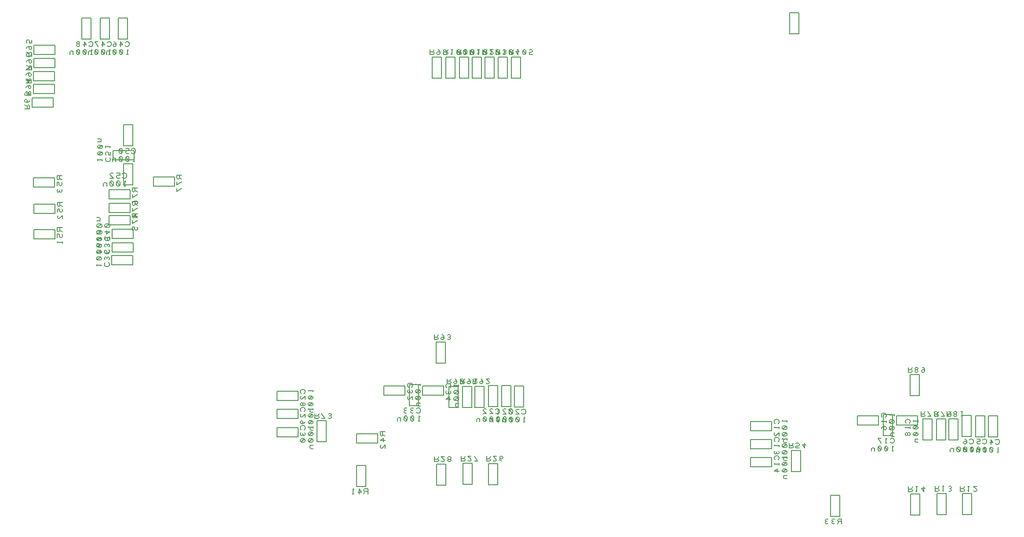
<source format=gbr>
G04 EasyPC Gerber Version 21.0.3 Build 4286 *
G04 #@! TF.Part,Single*
G04 #@! TF.FileFunction,Legend,Bot *
G04 #@! TF.FilePolarity,Positive *
%FSLAX35Y35*%
%MOIN*%
%ADD84C,0.00500*%
X0Y0D02*
D02*
D84*
X62770Y444561D02*
X66520D01*
Y446748*
X66208Y447374*
X65583Y447686*
X64958Y447374*
X64645Y446748*
Y444561*
Y446748D02*
X62770Y447686D01*
X63708Y449561D02*
X64333Y449874D01*
X64645Y450498*
Y451124*
X64333Y451748*
X63708Y452061*
X63083Y451748*
X62770Y451124*
Y450498*
X63083Y449874*
X63708Y449561*
X64645*
X65583Y449874*
X66208Y450498*
X66520Y451124*
X63083Y454874D02*
X62770Y455498D01*
Y456124*
X63083Y456748*
X63708Y457061*
X64333Y456748*
X64645Y456124*
Y455498*
Y456124D02*
X64958Y456748D01*
X65583Y457061*
X66208Y456748*
X66520Y456124*
Y455498*
X66208Y454874*
X63754Y454896D02*
X67504D01*
Y457083*
X67192Y457708*
X66567Y458021*
X65942Y457708*
X65630Y457083*
Y454896*
Y457083D02*
X63754Y458021D01*
Y460833D02*
X64067Y461458D01*
X64692Y462083*
X65630Y462396*
X66567*
X67192Y462083*
X67504Y461458*
Y460833*
X67192Y460208*
X66567Y459896*
X65942Y460208*
X65630Y460833*
Y461458*
X65942Y462083*
X66567Y462396*
X63754Y466458D02*
X67504D01*
X65004Y464896*
Y467396*
X63853Y464344D02*
X67603D01*
Y466532*
X67291Y467157*
X66665Y467470*
X66041Y467157*
X65728Y466532*
Y464344*
Y466532D02*
X63853Y467470D01*
Y470282D02*
X64165Y470907D01*
X64791Y471532*
X65728Y471844*
X66665*
X67291Y471532*
X67603Y470907*
Y470282*
X67291Y469657*
X66665Y469344*
X66041Y469657*
X65728Y470282*
Y470907*
X66041Y471532*
X66665Y471844*
X63853Y474344D02*
X67603Y476844D01*
Y474344*
X64148Y474384D02*
X67898D01*
Y476571*
X67586Y477196*
X66961Y477509*
X66336Y477196*
X66023Y476571*
Y474384*
Y476571D02*
X64148Y477509D01*
Y480321D02*
X64461Y480946D01*
X65086Y481571*
X66023Y481884*
X66961*
X67586Y481571*
X67898Y480946*
Y480321*
X67586Y479696*
X66961Y479384*
X66336Y479696*
X66023Y480321*
Y480946*
X66336Y481571*
X66961Y481884*
X65086Y484384D02*
X65711Y484696D01*
X66023Y485321*
Y485946*
X65711Y486571*
X65086Y486884*
X64461Y486571*
X64148Y485946*
Y485321*
X64461Y484696*
X65086Y484384*
X66023*
X66961Y484696*
X67586Y485321*
X67898Y485946*
X64148Y484620D02*
X67898D01*
Y486807*
X67586Y487433*
X66961Y487745*
X66336Y487433*
X66023Y486807*
Y484620*
Y486807D02*
X64148Y487745D01*
Y490557D02*
X64461Y491183D01*
X65086Y491807*
X66023Y492120*
X66961*
X67586Y491807*
X67898Y491183*
Y490557*
X67586Y489933*
X66961Y489620*
X66336Y489933*
X66023Y490557*
Y491183*
X66336Y491807*
X66961Y492120*
X64461Y494620D02*
X64148Y495245D01*
Y496183*
X64461Y496807*
X65086Y497120*
X65398*
X66023Y496807*
X66336Y496183*
Y494620*
X67898*
Y497120*
X69415Y392431D02*
X85415D01*
Y385431*
X69415*
Y392431*
X69711Y353061D02*
X85711D01*
Y346061*
X69711*
Y353061*
X69809Y372254D02*
X85809D01*
Y365254*
X69809*
Y372254*
X84333Y446061D02*
X68333D01*
Y453061*
X84333*
Y446061*
X85317Y456396D02*
X69317D01*
Y463396*
X85317*
Y456396*
X85415Y465844D02*
X69415D01*
Y472844*
X85415*
Y465844*
X85711Y475884D02*
X69711D01*
Y482884*
X85711*
Y475884*
Y486120D02*
X69711D01*
Y493120*
X85711*
Y486120*
X90978Y393931D02*
X87228D01*
Y391744*
X87540Y391119*
X88165Y390806*
X88790Y391119*
X89103Y391744*
Y393931*
Y391744D02*
X90978Y390806D01*
X90665Y388931D02*
X90978Y388306D01*
Y387369*
X90665Y386744*
X90040Y386431*
X89728*
X89103Y386744*
X88790Y387369*
Y388931*
X87228*
Y386431*
X90665Y383619D02*
X90978Y382994D01*
Y382369*
X90665Y381744*
X90040Y381431*
X89415Y381744*
X89103Y382369*
Y382994*
Y382369D02*
X88790Y381744D01*
X88165Y381431*
X87540Y381744*
X87228Y382369*
Y382994*
X87540Y383619*
X91273Y354561D02*
X87523D01*
Y352374*
X87835Y351748*
X88461Y351436*
X89085Y351748*
X89398Y352374*
Y354561*
Y352374D02*
X91273Y351436D01*
X90961Y349561D02*
X91273Y348936D01*
Y347998*
X90961Y347374*
X90335Y347061*
X90023*
X89398Y347374*
X89085Y347998*
Y349561*
X87523*
Y347061*
X91273Y343936D02*
Y342686D01*
Y343311D02*
X87523D01*
X88148Y343936*
X91372Y373754D02*
X87622D01*
Y371567*
X87934Y370941*
X88559Y370629*
X89184Y370941*
X89496Y371567*
Y373754*
Y371567D02*
X91372Y370629D01*
X91059Y368754D02*
X91372Y368129D01*
Y367191*
X91059Y366567*
X90434Y366254*
X90122*
X89496Y366567*
X89184Y367191*
Y368754*
X87622*
Y366254*
X91372Y361254D02*
Y363754D01*
X89184Y361567*
X88559Y361254*
X87934Y361567*
X87622Y362191*
Y363129*
X87934Y363754*
X113002Y513565D02*
Y497565D01*
X106002*
Y513565*
X113002*
X111377Y492628D02*
X111689Y492315D01*
X112315Y492002*
X113252*
X113877Y492315*
X114189Y492628*
X114502Y493252*
Y494502*
X114189Y495128*
X113877Y495440*
X113252Y495752*
X112315*
X111689Y495440*
X111377Y495128*
X107939Y492002D02*
Y495752D01*
X109502Y493252*
X107002*
X103565Y493878D02*
X102939D01*
X102315Y494190*
X102002Y494815*
X102315Y495440*
X102939Y495752*
X103565*
X104189Y495440*
X104502Y494815*
X104189Y494190*
X103565Y493878*
X104189Y493565*
X104502Y492940*
X104189Y492315*
X103565Y492002*
X102939*
X102315Y492315*
X102002Y492940*
X102315Y493565*
X102939Y493878*
X113877Y486002D02*
X112627D01*
X113252D02*
Y489752D01*
X113877Y489128*
X109189Y486315D02*
X108565Y486002D01*
X107939*
X107315Y486315*
X107002Y486940*
Y488815*
X107315Y489440*
X107939Y489752*
X108565*
X109189Y489440*
X109502Y488815*
Y486940*
X109189Y486315*
X107315Y489440*
X104189Y486315D02*
X103565Y486002D01*
X102939*
X102315Y486315*
X102002Y486940*
Y488815*
X102315Y489440*
X102939Y489752*
X103565*
X104189Y489440*
X104502Y488815*
Y486940*
X104189Y486315*
X102315Y489440*
X99502Y486002D02*
Y488502D01*
Y487565D02*
X99189Y488190D01*
X98565Y488502*
X97939*
X97315Y488190*
X97002Y487565*
Y486002*
X123828Y328001D02*
X123516Y327689D01*
X123203Y327063*
Y326126*
X123516Y325501*
X123828Y325189*
X124453Y324876*
X125703*
X126328Y325189*
X126641Y325501*
X126953Y326126*
Y327063*
X126641Y327689*
X126328Y328001*
X123516Y330189D02*
X123203Y330813D01*
Y331439*
X123516Y332063*
X124141Y332376*
X124766Y332063*
X125078Y331439*
Y330813*
Y331439D02*
X125391Y332063D01*
X126016Y332376*
X126641Y332063*
X126953Y331439*
Y330813*
X126641Y330189*
X124141Y334876D02*
X124766Y335189D01*
X125078Y335813*
Y336439*
X124766Y337063*
X124141Y337376*
X123516Y337063*
X123203Y336439*
Y335813*
X123516Y335189*
X124141Y334876*
X125078*
X126016Y335189*
X126641Y335813*
X126953Y336439*
X117203Y325501D02*
Y326751D01*
Y326126D02*
X120953D01*
X120328Y325501*
X117516Y330189D02*
X117203Y330813D01*
Y331439*
X117516Y332063*
X118141Y332376*
X120016*
X120641Y332063*
X120953Y331439*
Y330813*
X120641Y330189*
X120016Y329876*
X118141*
X117516Y330189*
X120641Y332063*
X117516Y335189D02*
X117203Y335813D01*
Y336439*
X117516Y337063*
X118141Y337376*
X120016*
X120641Y337063*
X120953Y336439*
Y335813*
X120641Y335189*
X120016Y334876*
X118141*
X117516Y335189*
X120641Y337063*
X117203Y339876D02*
X119703D01*
X118766D02*
X119391Y340189D01*
X119703Y340813*
Y341439*
X119391Y342063*
X118766Y342376*
X117203*
X124025Y337745D02*
X123713Y337433D01*
X123400Y336807*
Y335870*
X123713Y335245*
X124025Y334933*
X124650Y334620*
X125900*
X126525Y334933*
X126838Y335245*
X127150Y335870*
Y336807*
X126838Y337433*
X126525Y337745*
X123713Y339933D02*
X123400Y340557D01*
Y341183*
X123713Y341807*
X124338Y342120*
X124963Y341807*
X125275Y341183*
Y340557*
Y341183D02*
X125588Y341807D01*
X126213Y342120*
X126838Y341807*
X127150Y341183*
Y340557*
X126838Y339933*
X123400Y345557D02*
X123713Y346183D01*
X124338Y346807*
X125275Y347120*
X126213*
X126838Y346807*
X127150Y346183*
Y345557*
X126838Y344933*
X126213Y344620*
X125588Y344933*
X125275Y345557*
Y346183*
X125588Y346807*
X126213Y347120*
X117400Y335245D02*
Y336495D01*
Y335870D02*
X121150D01*
X120525Y335245*
X117713Y339933D02*
X117400Y340557D01*
Y341183*
X117713Y341807*
X118338Y342120*
X120213*
X120838Y341807*
X121150Y341183*
Y340557*
X120838Y339933*
X120213Y339620*
X118338*
X117713Y339933*
X120838Y341807*
X117713Y344933D02*
X117400Y345557D01*
Y346183*
X117713Y346807*
X118338Y347120*
X120213*
X120838Y346807*
X121150Y346183*
Y345557*
X120838Y344933*
X120213Y344620*
X118338*
X117713Y344933*
X120838Y346807*
X117400Y349620D02*
X119900D01*
X118963D02*
X119588Y349933D01*
X119900Y350557*
Y351183*
X119588Y351807*
X118963Y352120*
X117400*
X124124Y347785D02*
X123811Y347472D01*
X123498Y346847*
Y345909*
X123811Y345285*
X124124Y344972*
X124748Y344659*
X125998*
X126624Y344972*
X126936Y345285*
X127248Y345909*
Y346847*
X126936Y347472*
X126624Y347785*
X123498Y351222D02*
X127248D01*
X124748Y349659*
Y352159*
X123811Y354972D02*
X123498Y355597D01*
Y356222*
X123811Y356847*
X124436Y357159*
X126311*
X126936Y356847*
X127248Y356222*
Y355597*
X126936Y354972*
X126311Y354659*
X124436*
X123811Y354972*
X126936Y356847*
X117498Y345285D02*
Y346535D01*
Y345909D02*
X121248D01*
X120624Y345285*
X117811Y349972D02*
X117498Y350597D01*
Y351222*
X117811Y351847*
X118436Y352159*
X120311*
X120936Y351847*
X121248Y351222*
Y350597*
X120936Y349972*
X120311Y349659*
X118436*
X117811Y349972*
X120936Y351847*
X117811Y354972D02*
X117498Y355597D01*
Y356222*
X117811Y356847*
X118436Y357159*
X120311*
X120936Y356847*
X121248Y356222*
Y355597*
X120936Y354972*
X120311Y354659*
X118436*
X117811Y354972*
X120936Y356847*
X117498Y359659D02*
X119998D01*
X119061D02*
X119686Y359972D01*
X119998Y360597*
Y361222*
X119686Y361847*
X119061Y362159*
X117498*
X124714Y407726D02*
X124402Y407413D01*
X124089Y406788*
Y405850*
X124402Y405226*
X124714Y404913*
X125339Y404600*
X126589*
X127214Y404913*
X127527Y405226*
X127839Y405850*
Y406788*
X127527Y407413*
X127214Y407726*
X124402Y409600D02*
X124089Y410226D01*
Y411163*
X124402Y411788*
X125027Y412100*
X125339*
X125964Y411788*
X126277Y411163*
Y409600*
X127839*
Y412100*
X124089Y415226D02*
Y416476D01*
Y415850D02*
X127839D01*
X127214Y415226*
X118089Y405226D02*
Y406476D01*
Y405850D02*
X121839D01*
X121214Y405226*
X118402Y409913D02*
X118089Y410538D01*
Y411163*
X118402Y411788*
X119027Y412100*
X120902*
X121527Y411788*
X121839Y411163*
Y410538*
X121527Y409913*
X120902Y409600*
X119027*
X118402Y409913*
X121527Y411788*
X118402Y414913D02*
X118089Y415538D01*
Y416163*
X118402Y416788*
X119027Y417100*
X120902*
X121527Y416788*
X121839Y416163*
Y415538*
X121527Y414913*
X120902Y414600*
X119027*
X118402Y414913*
X121527Y416788*
X118089Y419600D02*
X120589D01*
X119652D02*
X120277Y419913D01*
X120589Y420538*
Y421163*
X120277Y421788*
X119652Y422100*
X118089*
X126699Y363494D02*
X142699D01*
Y356494*
X126699*
Y363494*
Y372943D02*
X142699D01*
Y365943*
X126699*
Y372943*
Y383179D02*
X142699D01*
Y376179*
X126699*
Y383179*
X126880Y513565D02*
Y497565D01*
X119880*
Y513565*
X126880*
X125255Y492628D02*
X125567Y492315D01*
X126193Y492002*
X127130*
X127755Y492315*
X128067Y492628*
X128380Y493252*
Y494502*
X128067Y495128*
X127755Y495440*
X127130Y495752*
X126193*
X125567Y495440*
X125255Y495128*
X121817Y492002D02*
Y495752D01*
X123380Y493252*
X120880*
X118380Y492002D02*
X115880Y495752D01*
X118380*
X127755Y486002D02*
X126505D01*
X127130D02*
Y489752D01*
X127755Y489128*
X123067Y486315D02*
X122443Y486002D01*
X121817*
X121193Y486315*
X120880Y486940*
Y488815*
X121193Y489440*
X121817Y489752*
X122443*
X123067Y489440*
X123380Y488815*
Y486940*
X123067Y486315*
X121193Y489440*
X118067Y486315D02*
X117443Y486002D01*
X116817*
X116193Y486315*
X115880Y486940*
Y488815*
X116193Y489440*
X116817Y489752*
X117443*
X118067Y489440*
X118380Y488815*
Y486940*
X118067Y486315*
X116193Y489440*
X113380Y486002D02*
Y488502D01*
Y487565D02*
X113067Y488190D01*
X112443Y488502*
X111817*
X111193Y488190*
X110880Y487565*
Y486002*
X136790Y392757D02*
X137103Y392445D01*
X137728Y392132*
X138665*
X139290Y392445*
X139603Y392757*
X139915Y393382*
Y394632*
X139603Y395257*
X139290Y395570*
X138665Y395882*
X137728*
X137103Y395570*
X136790Y395257*
X134915Y392445D02*
X134290Y392132D01*
X133353*
X132728Y392445*
X132415Y393070*
Y393382*
X132728Y394007*
X133353Y394320*
X134915*
Y395882*
X132415*
X127415Y392132D02*
X129915D01*
X127728Y394320*
X127415Y394945*
X127728Y395570*
X128353Y395882*
X129290*
X129915Y395570*
X139290Y386132D02*
X138040D01*
X138665D02*
Y389882D01*
X139290Y389257*
X134603Y386445D02*
X133978Y386132D01*
X133353*
X132728Y386445*
X132415Y387070*
Y388945*
X132728Y389570*
X133353Y389882*
X133978*
X134603Y389570*
X134915Y388945*
Y387070*
X134603Y386445*
X132728Y389570*
X129603Y386445D02*
X128978Y386132D01*
X128353*
X127728Y386445*
X127415Y387070*
Y388945*
X127728Y389570*
X128353Y389882*
X128978*
X129603Y389570*
X129915Y388945*
Y387070*
X129603Y386445*
X127728Y389570*
X124915Y386132D02*
Y388632D01*
Y387695D02*
X124603Y388320D01*
X123978Y388632*
X123353*
X122728Y388320*
X122415Y387695*
Y386132*
X140561Y513565D02*
Y497565D01*
X133561*
Y513565*
X140561*
X138936Y492628D02*
X139248Y492315D01*
X139874Y492002*
X140811*
X141436Y492315*
X141748Y492628*
X142061Y493252*
Y494502*
X141748Y495128*
X141436Y495440*
X140811Y495752*
X139874*
X139248Y495440*
X138936Y495128*
X135498Y492002D02*
Y495752D01*
X137061Y493252*
X134561*
X132061Y492940D02*
X131748Y493565D01*
X131124Y493878*
X130498*
X129874Y493565*
X129561Y492940*
X129874Y492315*
X130498Y492002*
X131124*
X131748Y492315*
X132061Y492940*
Y493878*
X131748Y494815*
X131124Y495440*
X130498Y495752*
X141436Y486002D02*
X140186D01*
X140811D02*
Y489752D01*
X141436Y489128*
X136748Y486315D02*
X136124Y486002D01*
X135498*
X134874Y486315*
X134561Y486940*
Y488815*
X134874Y489440*
X135498Y489752*
X136124*
X136748Y489440*
X137061Y488815*
Y486940*
X136748Y486315*
X134874Y489440*
X131748Y486315D02*
X131124Y486002D01*
X130498*
X129874Y486315*
X129561Y486940*
Y488815*
X129874Y489440*
X130498Y489752*
X131124*
X131748Y489440*
X132061Y488815*
Y486940*
X131748Y486315*
X129874Y489440*
X127061Y486002D02*
Y488502D01*
Y487565D02*
X126748Y488190D01*
X126124Y488502*
X125498*
X124874Y488190*
X124561Y487565*
Y486002*
X144766Y326376D02*
X128766D01*
Y333376*
X144766*
Y326376*
X144793Y403132D02*
Y387132D01*
X137793*
Y403132*
X144793*
Y432561D02*
Y416561D01*
X137793*
Y432561*
X144793*
X144963Y336120D02*
X128963D01*
Y343120*
X144963*
Y336120*
X145061Y346159D02*
X129061D01*
Y353159*
X145061*
Y346159*
X145652Y406100D02*
X129652D01*
Y413100*
X145652*
Y406100*
X143680Y411360D02*
X143993Y411047D01*
X144618Y410735*
X145555*
X146180Y411047*
X146493Y411360*
X146805Y411985*
Y413235*
X146493Y413860*
X146180Y414172*
X145555Y414485*
X144618*
X143993Y414172*
X143680Y413860*
X141805Y411047D02*
X141180Y410735D01*
X140243*
X139618Y411047*
X139305Y411672*
Y411985*
X139618Y412610*
X140243Y412922*
X141805*
Y414485*
X139305*
X136493Y411047D02*
X135868Y410735D01*
X135243*
X134618Y411047*
X134305Y411672*
Y413547*
X134618Y414172*
X135243Y414485*
X135868*
X136493Y414172*
X136805Y413547*
Y411672*
X136493Y411047*
X134618Y414172*
X146180Y404735D02*
X144930D01*
X145555D02*
Y408485D01*
X146180Y407860*
X141493Y405047D02*
X140868Y404735D01*
X140243*
X139618Y405047*
X139305Y405672*
Y407547*
X139618Y408172*
X140243Y408485*
X140868*
X141493Y408172*
X141805Y407547*
Y405672*
X141493Y405047*
X139618Y408172*
X136493Y405047D02*
X135868Y404735D01*
X135243*
X134618Y405047*
X134305Y405672*
Y407547*
X134618Y408172*
X135243Y408485*
X135868*
X136493Y408172*
X136805Y407547*
Y405672*
X136493Y405047*
X134618Y408172*
X131805Y404735D02*
Y407235D01*
Y406297D02*
X131493Y406922D01*
X130868Y407235*
X130243*
X129618Y406922*
X129305Y406297*
Y404735*
X148261Y364994D02*
X144511D01*
Y362807*
X144824Y362181*
X145449Y361869*
X146074Y362181*
X146386Y362807*
Y364994*
Y362807D02*
X148261Y361869D01*
Y359994D02*
X144511Y357494D01*
Y359994*
X147949Y354994D02*
X148261Y354369D01*
Y353431*
X147949Y352807*
X147324Y352494*
X147011*
X146386Y352807*
X146074Y353431*
Y354994*
X144511*
Y352494*
X148261Y374443D02*
X144511D01*
Y372256*
X144824Y371630*
X145449Y371318*
X146074Y371630*
X146386Y372256*
Y374443*
Y372256D02*
X148261Y371318D01*
Y369443D02*
X144511Y366943D01*
Y369443*
X148261Y362880D02*
X144511D01*
X147011Y364443*
Y361943*
X148261Y384679D02*
X144511D01*
Y382492*
X144824Y381867*
X145449Y381554*
X146074Y381867*
X146386Y382492*
Y384679*
Y382492D02*
X148261Y381554D01*
Y379679D02*
X144511Y377179D01*
Y379679*
X147324Y374679D02*
X146699Y374367D01*
X146386Y373742*
Y373117*
X146699Y372492*
X147324Y372179*
X147949Y372492*
X148261Y373117*
Y373742*
X147949Y374367*
X147324Y374679*
X146386*
X145449Y374367*
X144824Y373742*
X144511Y373117*
X160262Y392923D02*
X176262D01*
Y385923*
X160262*
Y392923*
X181824Y394423D02*
X178074D01*
Y392236*
X178387Y391611*
X179012Y391298*
X179637Y391611*
X179949Y392236*
Y394423*
Y392236D02*
X181824Y391298D01*
Y389423D02*
X178074Y386923D01*
Y389423*
X181824Y384423D02*
X178074Y381923D01*
Y384423*
X253864Y202667D02*
X269864D01*
Y195667*
X253864*
Y202667*
Y216545D02*
X269864D01*
Y209545*
X253864*
Y216545*
Y230226D02*
X269864D01*
Y223226*
X253864*
Y230226*
X274802Y201042D02*
X275114Y201355D01*
X275427Y201980*
Y202917*
X275114Y203542*
X274802Y203855*
X274177Y204167*
X272927*
X272302Y203855*
X271989Y203542*
X271677Y202917*
Y201980*
X271989Y201355*
X272302Y201042*
X275114Y198855D02*
X275427Y198230D01*
Y197605*
X275114Y196980*
X274489Y196667*
X273864Y196980*
X273552Y197605*
Y198230*
Y197605D02*
X273239Y196980D01*
X272614Y196667*
X271989Y196980*
X271677Y197605*
Y198230*
X271989Y198855*
X275114Y193855D02*
X275427Y193230D01*
Y192605*
X275114Y191980*
X274489Y191667*
X272614*
X271989Y191980*
X271677Y192605*
Y193230*
X271989Y193855*
X272614Y194167*
X274489*
X275114Y193855*
X271989Y191980*
X281427Y203542D02*
Y202292D01*
Y202917D02*
X277677D01*
X278302Y203542*
X281114Y198855D02*
X281427Y198230D01*
Y197605*
X281114Y196980*
X280489Y196667*
X278614*
X277989Y196980*
X277677Y197605*
Y198230*
X277989Y198855*
X278614Y199167*
X280489*
X281114Y198855*
X277989Y196980*
X281114Y193855D02*
X281427Y193230D01*
Y192605*
X281114Y191980*
X280489Y191667*
X278614*
X277989Y191980*
X277677Y192605*
Y193230*
X277989Y193855*
X278614Y194167*
X280489*
X281114Y193855*
X277989Y191980*
X281427Y189167D02*
X278927D01*
X279864D02*
X279239Y188855D01*
X278927Y188230*
Y187605*
X279239Y186980*
X279864Y186667*
X281427*
X274802Y214920D02*
X275114Y215233D01*
X275427Y215858*
Y216795*
X275114Y217420*
X274802Y217733*
X274177Y218045*
X272927*
X272302Y217733*
X271989Y217420*
X271677Y216795*
Y215858*
X271989Y215233*
X272302Y214920*
X275427Y210545D02*
Y213045D01*
X273239Y210858*
X272614Y210545*
X271989Y210858*
X271677Y211483*
Y212420*
X271989Y213045*
X275427Y207108D02*
X275114Y206483D01*
X274489Y205858*
X273552Y205545*
X272614*
X271989Y205858*
X271677Y206483*
Y207108*
X271989Y207733*
X272614Y208045*
X273239Y207733*
X273552Y207108*
Y206483*
X273239Y205858*
X272614Y205545*
X281427Y217420D02*
Y216170D01*
Y216795D02*
X277677D01*
X278302Y217420*
X281114Y212733D02*
X281427Y212108D01*
Y211483*
X281114Y210858*
X280489Y210545*
X278614*
X277989Y210858*
X277677Y211483*
Y212108*
X277989Y212733*
X278614Y213045*
X280489*
X281114Y212733*
X277989Y210858*
X281114Y207733D02*
X281427Y207108D01*
Y206483*
X281114Y205858*
X280489Y205545*
X278614*
X277989Y205858*
X277677Y206483*
Y207108*
X277989Y207733*
X278614Y208045*
X280489*
X281114Y207733*
X277989Y205858*
X281427Y203045D02*
X278927D01*
X279864D02*
X279239Y202733D01*
X278927Y202108*
Y201483*
X279239Y200858*
X279864Y200545*
X281427*
X274802Y228601D02*
X275114Y228914D01*
X275427Y229539*
Y230476*
X275114Y231101*
X274802Y231414*
X274177Y231726*
X272927*
X272302Y231414*
X271989Y231101*
X271677Y230476*
Y229539*
X271989Y228914*
X272302Y228601*
X275427Y224226D02*
Y226726D01*
X273239Y224539*
X272614Y224226*
X271989Y224539*
X271677Y225164*
Y226101*
X271989Y226726*
X273552Y220789D02*
Y220164D01*
X273239Y219539*
X272614Y219226*
X271989Y219539*
X271677Y220164*
Y220789*
X271989Y221414*
X272614Y221726*
X273239Y221414*
X273552Y220789*
X273864Y221414*
X274489Y221726*
X275114Y221414*
X275427Y220789*
Y220164*
X275114Y219539*
X274489Y219226*
X273864Y219539*
X273552Y220164*
X281427Y231101D02*
Y229851D01*
Y230476D02*
X277677D01*
X278302Y231101*
X281114Y226414D02*
X281427Y225789D01*
Y225164*
X281114Y224539*
X280489Y224226*
X278614*
X277989Y224539*
X277677Y225164*
Y225789*
X277989Y226414*
X278614Y226726*
X280489*
X281114Y226414*
X277989Y224539*
X281114Y221414D02*
X281427Y220789D01*
Y220164*
X281114Y219539*
X280489Y219226*
X278614*
X277989Y219539*
X277677Y220164*
Y220789*
X277989Y221414*
X278614Y221726*
X280489*
X281114Y221414*
X277989Y219539*
X281427Y216726D02*
X278927D01*
X279864D02*
X279239Y216414D01*
X278927Y215789*
Y215164*
X279239Y214539*
X279864Y214226*
X281427*
X282848Y213419D02*
Y209669D01*
X285036*
X285661Y209981*
X285974Y210606*
X285661Y211231*
X285036Y211544*
X282848*
X285036D02*
X285974Y213419D01*
X287848D02*
X290348Y209669D01*
X287848*
X293161Y213106D02*
X293786Y213419D01*
X294411*
X295036Y213106*
X295348Y212481*
X295036Y211856*
X294411Y211544*
X293786*
X294411D02*
X295036Y211231D01*
X295348Y210606*
X295036Y209981*
X294411Y209669*
X293786*
X293161Y209981*
X284348Y191856D02*
Y207856D01*
X291348*
Y191856*
X284348*
X314494Y198041D02*
X330494D01*
Y191041*
X314494*
Y198041*
X321368Y173998D02*
Y157998D01*
X314368*
Y173998*
X321368*
X322868Y152435D02*
Y156185D01*
X320681*
X320056Y155873*
X319743Y155248*
X320056Y154623*
X320681Y154311*
X322868*
X320681D02*
X319743Y152435D01*
X316306D02*
Y156185D01*
X317868Y153685*
X315368*
X312243Y152435D02*
X310993D01*
X311618D02*
Y156185D01*
X312243Y155561*
X334868Y234459D02*
X350868D01*
Y227459*
X334868*
Y234459*
X336057Y199541D02*
X332307D01*
Y197354*
X332619Y196729*
X333244Y196416*
X333869Y196729*
X334181Y197354*
Y199541*
Y197354D02*
X336057Y196416D01*
Y192979D02*
X332307D01*
X334807Y194541*
Y192041*
X336057Y187041D02*
Y189541D01*
X333869Y187354*
X333244Y187041*
X332619Y187354*
X332307Y187979*
Y188916*
X332619Y189541*
X356069Y233345D02*
X356382Y233658D01*
X356694Y234283*
Y235220*
X356382Y235845*
X356069Y236158*
X355444Y236470*
X354194*
X353569Y236158*
X353257Y235845*
X352944Y235220*
Y234283*
X353257Y233658*
X353569Y233345*
X356382Y231158D02*
X356694Y230533D01*
Y229908*
X356382Y229283*
X355757Y228970*
X355132Y229283*
X354819Y229908*
Y230533*
Y229908D02*
X354507Y229283D01*
X353882Y228970*
X353257Y229283*
X352944Y229908*
Y230533*
X353257Y231158*
X356694Y223970D02*
Y226470D01*
X354507Y224283*
X353882Y223970*
X353257Y224283*
X352944Y224908*
Y225845*
X353257Y226470*
X362694Y235845D02*
Y234595D01*
Y235220D02*
X358944D01*
X359569Y235845*
X362382Y231158D02*
X362694Y230533D01*
Y229908*
X362382Y229283*
X361757Y228970*
X359882*
X359257Y229283*
X358944Y229908*
Y230533*
X359257Y231158*
X359882Y231470*
X361757*
X362382Y231158*
X359257Y229283*
X362382Y226158D02*
X362694Y225533D01*
Y224908*
X362382Y224283*
X361757Y223970*
X359882*
X359257Y224283*
X358944Y224908*
Y225533*
X359257Y226158*
X359882Y226470*
X361757*
X362382Y226158*
X359257Y224283*
X362694Y221470D02*
X360194D01*
X361132D02*
X360507Y221158D01*
X360194Y220533*
Y219908*
X360507Y219283*
X361132Y218970*
X362694*
X361329Y235317D02*
Y219317D01*
X354329*
Y235317*
X361329*
X359704Y214380D02*
X360016Y214067D01*
X360641Y213754*
X361579*
X362204Y214067*
X362516Y214380*
X362829Y215004*
Y216254*
X362516Y216880*
X362204Y217192*
X361579Y217504*
X360641*
X360016Y217192*
X359704Y216880*
X357516Y214067D02*
X356891Y213754D01*
X356266*
X355641Y214067*
X355329Y214692*
X355641Y215317*
X356266Y215630*
X356891*
X356266D02*
X355641Y215942D01*
X355329Y216567*
X355641Y217192*
X356266Y217504*
X356891*
X357516Y217192*
X352516Y214067D02*
X351891Y213754D01*
X351266*
X350641Y214067*
X350329Y214692*
X350641Y215317*
X351266Y215630*
X351891*
X351266D02*
X350641Y215942D01*
X350329Y216567*
X350641Y217192*
X351266Y217504*
X351891*
X352516Y217192*
X362204Y207754D02*
X360954D01*
X361579D02*
Y211504D01*
X362204Y210880*
X357516Y208067D02*
X356891Y207754D01*
X356266*
X355641Y208067*
X355329Y208692*
Y210567*
X355641Y211192*
X356266Y211504*
X356891*
X357516Y211192*
X357829Y210567*
Y208692*
X357516Y208067*
X355641Y211192*
X352516Y208067D02*
X351891Y207754D01*
X351266*
X350641Y208067*
X350329Y208692*
Y210567*
X350641Y211192*
X351266Y211504*
X351891*
X352516Y211192*
X352829Y210567*
Y208692*
X352516Y208067*
X350641Y211192*
X347829Y207754D02*
Y210254D01*
Y209317D02*
X347516Y209942D01*
X346891Y210254*
X346266*
X345641Y209942*
X345329Y209317*
Y207754*
X364297Y234459D02*
X380297D01*
Y227459*
X364297*
Y234459*
X370053Y489698D02*
Y485948D01*
X372241*
X372866Y486261*
X373178Y486886*
X372866Y487511*
X372241Y487823*
X370053*
X372241D02*
X373178Y489698D01*
X375991D02*
X376616Y489386D01*
X377241Y488761*
X377553Y487823*
Y486886*
X377241Y486261*
X376616Y485948*
X375991*
X375366Y486261*
X375053Y486886*
X375366Y487511*
X375991Y487823*
X376616*
X377241Y487511*
X377553Y486886*
X380991Y489698D02*
X381616Y489386D01*
X382241Y488761*
X382553Y487823*
Y486886*
X382241Y486261*
X381616Y485948*
X380991*
X380366Y486261*
X380053Y486886*
X380366Y487511*
X380991Y487823*
X381616*
X382241Y487511*
X382553Y486886*
X371553Y468136D02*
Y484136D01*
X378553*
Y468136*
X371553*
X373203Y273261D02*
Y269511D01*
X375390*
X376015Y269824*
X376328Y270449*
X376015Y271074*
X375390Y271386*
X373203*
X375390D02*
X376328Y273261D01*
X379140D02*
X379765Y272949D01*
X380390Y272324*
X380703Y271386*
Y270449*
X380390Y269824*
X379765Y269511*
X379140*
X378515Y269824*
X378203Y270449*
X378515Y271074*
X379140Y271386*
X379765*
X380390Y271074*
X380703Y270449*
X383515Y272949D02*
X384140Y273261D01*
X384765*
X385390Y272949*
X385703Y272324*
X385390Y271699*
X384765Y271386*
X384140*
X384765D02*
X385390Y271074D01*
X385703Y270449*
X385390Y269824*
X384765Y269511*
X384140*
X383515Y269824*
X373498Y180643D02*
Y176893D01*
X375685*
X376311Y177206*
X376623Y177831*
X376311Y178456*
X375685Y178768*
X373498*
X375685D02*
X376623Y180643D01*
X380998D02*
X378498D01*
X380685Y178456*
X380998Y177831*
X380685Y177206*
X380061Y176893*
X379123*
X378498Y177206*
X384435Y178768D02*
X385061D01*
X385685Y178456*
X385998Y177831*
X385685Y177206*
X385061Y176893*
X384435*
X383811Y177206*
X383498Y177831*
X383811Y178456*
X384435Y178768*
X383811Y179081*
X383498Y179706*
X383811Y180331*
X384435Y180643*
X385061*
X385685Y180331*
X385998Y179706*
X385685Y179081*
X385061Y178768*
X374703Y251699D02*
Y267699D01*
X381703*
Y251699*
X374703*
X374998Y159081D02*
Y175081D01*
X381998*
Y159081*
X374998*
X380486Y489698D02*
Y485948D01*
X382674*
X383299Y486261*
X383611Y486886*
X383299Y487511*
X382674Y487823*
X380486*
X382674D02*
X383611Y489698D01*
X386111D02*
X387361D01*
X386736D02*
Y485948D01*
X386111Y486573*
X390799Y489386D02*
X391424Y489698D01*
X392049*
X392674Y489386*
X392986Y488761*
Y486886*
X392674Y486261*
X392049Y485948*
X391424*
X390799Y486261*
X390486Y486886*
Y488761*
X390799Y489386*
X392674Y486261*
X395799Y489386D02*
X396424Y489698D01*
X397049*
X397674Y489386*
X397986Y488761*
Y486886*
X397674Y486261*
X397049Y485948*
X396424*
X395799Y486261*
X395486Y486886*
Y488761*
X395799Y489386*
X397674Y486261*
X381986Y468136D02*
Y484136D01*
X388986*
Y468136*
X381986*
X382947Y239698D02*
Y235948D01*
X385134*
X385759Y236261*
X386072Y236886*
X385759Y237511*
X385134Y237823*
X382947*
X385134D02*
X386072Y239698D01*
X388884D02*
X389509Y239386D01*
X390134Y238761*
X390447Y237823*
Y236886*
X390134Y236261*
X389509Y235948*
X388884*
X388259Y236261*
X387947Y236886*
X388259Y237511*
X388884Y237823*
X389509*
X390134Y237511*
X390447Y236886*
X393259Y239386D02*
X393884Y239698D01*
X394509*
X395134Y239386*
X395447Y238761*
Y236886*
X395134Y236261*
X394509Y235948*
X393884*
X393259Y236261*
X392947Y236886*
Y238761*
X393259Y239386*
X395134Y236261*
X384447Y218136D02*
Y234136D01*
X391447*
Y218136*
X384447*
X385235Y232833D02*
X385547Y233146D01*
X385860Y233771*
Y234709*
X385547Y235333*
X385235Y235646*
X384610Y235959*
X383360*
X382735Y235646*
X382422Y235333*
X382110Y234709*
Y233771*
X382422Y233146*
X382735Y232833*
X385547Y230646D02*
X385860Y230021D01*
Y229396*
X385547Y228771*
X384922Y228459*
X384297Y228771*
X383985Y229396*
Y230021*
Y229396D02*
X383672Y228771D01*
X383047Y228459*
X382422Y228771*
X382110Y229396*
Y230021*
X382422Y230646*
X385860Y224396D02*
X382110D01*
X384610Y225959*
Y223459*
X391860Y235333D02*
Y234083D01*
Y234709D02*
X388110D01*
X388735Y235333*
X391547Y230646D02*
X391860Y230021D01*
Y229396*
X391547Y228771*
X390922Y228459*
X389047*
X388422Y228771*
X388110Y229396*
Y230021*
X388422Y230646*
X389047Y230959*
X390922*
X391547Y230646*
X388422Y228771*
X391547Y225646D02*
X391860Y225021D01*
Y224396*
X391547Y223771*
X390922Y223459*
X389047*
X388422Y223771*
X388110Y224396*
Y225021*
X388422Y225646*
X389047Y225959*
X390922*
X391547Y225646*
X388422Y223771*
X391860Y220959D02*
X389360D01*
X390297D02*
X389672Y220646D01*
X389360Y220021*
Y219396*
X389672Y218771*
X390297Y218459*
X391860*
X390722Y489698D02*
Y485948D01*
X392910*
X393535Y486261*
X393848Y486886*
X393535Y487511*
X392910Y487823*
X390722*
X392910D02*
X393848Y489698D01*
X396348D02*
X397598D01*
X396972D02*
Y485948D01*
X396348Y486573*
X401035Y489386D02*
X401660Y489698D01*
X402285*
X402910Y489386*
X403222Y488761*
Y486886*
X402910Y486261*
X402285Y485948*
X401660*
X401035Y486261*
X400722Y486886*
Y488761*
X401035Y489386*
X402910Y486261*
X406348Y489698D02*
X407598D01*
X406972D02*
Y485948D01*
X406348Y486573*
X392222Y468136D02*
Y484136D01*
X399222*
Y468136*
X392222*
X393183Y239698D02*
Y235948D01*
X395370*
X395996Y236261*
X396308Y236886*
X395996Y237511*
X395370Y237823*
X393183*
X395370D02*
X396308Y239698D01*
X399120D02*
X399746Y239386D01*
X400370Y238761*
X400683Y237823*
Y236886*
X400370Y236261*
X399746Y235948*
X399120*
X398496Y236261*
X398183Y236886*
X398496Y237511*
X399120Y237823*
X399746*
X400370Y237511*
X400683Y236886*
X403808Y239698D02*
X405058D01*
X404433D02*
Y235948D01*
X403808Y236573*
X393675Y181037D02*
Y177287D01*
X395863*
X396488Y177599*
X396800Y178224*
X396488Y178849*
X395863Y179162*
X393675*
X395863D02*
X396800Y181037D01*
X401175D02*
X398675D01*
X400863Y178849*
X401175Y178224*
X400863Y177599*
X400238Y177287*
X399300*
X398675Y177599*
X403675Y181037D02*
X406175Y177287D01*
X403675*
X394683Y218136D02*
Y234136D01*
X401683*
Y218136*
X394683*
X395175Y159474D02*
Y175474D01*
X402175*
Y159474*
X395175*
X400368Y489698D02*
Y485948D01*
X402556*
X403181Y486261*
X403493Y486886*
X403181Y487511*
X402556Y487823*
X400368*
X402556D02*
X403493Y489698D01*
X405993D02*
X407243D01*
X406618D02*
Y485948D01*
X405993Y486573*
X410681Y489386D02*
X411306Y489698D01*
X411931*
X412556Y489386*
X412868Y488761*
Y486886*
X412556Y486261*
X411931Y485948*
X411306*
X410681Y486261*
X410368Y486886*
Y488761*
X410681Y489386*
X412556Y486261*
X417868Y489698D02*
X415368D01*
X417556Y487511*
X417868Y486886*
X417556Y486261*
X416931Y485948*
X415993*
X415368Y486261*
X401868Y468136D02*
Y484136D01*
X408868*
Y468136*
X401868*
X402632Y239698D02*
Y235948D01*
X404819*
X405444Y236261*
X405757Y236886*
X405444Y237511*
X404819Y237823*
X402632*
X404819D02*
X405757Y239698D01*
X408569D02*
X409194Y239386D01*
X409819Y238761*
X410132Y237823*
Y236886*
X409819Y236261*
X409194Y235948*
X408569*
X407944Y236261*
X407632Y236886*
X407944Y237511*
X408569Y237823*
X409194*
X409819Y237511*
X410132Y236886*
X415132Y239698D02*
X412632D01*
X414819Y237511*
X415132Y236886*
X414819Y236261*
X414194Y235948*
X413257*
X412632Y236261*
X404132Y218136D02*
Y234136D01*
X411132*
Y218136*
X404132*
X410112Y489698D02*
Y485948D01*
X412300*
X412925Y486261*
X413237Y486886*
X412925Y487511*
X412300Y487823*
X410112*
X412300D02*
X413237Y489698D01*
X415737D02*
X416987D01*
X416362D02*
Y485948D01*
X415737Y486573*
X420425Y489386D02*
X421050Y489698D01*
X421675*
X422300Y489386*
X422612Y488761*
Y486886*
X422300Y486261*
X421675Y485948*
X421050*
X420425Y486261*
X420112Y486886*
Y488761*
X420425Y489386*
X422300Y486261*
X425425Y489386D02*
X426050Y489698D01*
X426675*
X427300Y489386*
X427612Y488761*
X427300Y488136*
X426675Y487823*
X426050*
X426675D02*
X427300Y487511D01*
X427612Y486886*
X427300Y486261*
X426675Y485948*
X426050*
X425425Y486261*
X411612Y468136D02*
Y484136D01*
X418612*
Y468136*
X411612*
X412868Y180939D02*
Y177189D01*
X415056*
X415681Y177501*
X415993Y178126*
X415681Y178751*
X415056Y179063*
X412868*
X415056D02*
X415993Y180939D01*
X420368D02*
X417868D01*
X420056Y178751*
X420368Y178126*
X420056Y177501*
X419431Y177189*
X418493*
X417868Y177501*
X422868Y180001D02*
X423181Y179376D01*
X423806Y179063*
X424431*
X425056Y179376*
X425368Y180001*
X425056Y180626*
X424431Y180939*
X423806*
X423181Y180626*
X422868Y180001*
Y179063*
X423181Y178126*
X423806Y177501*
X424431Y177189*
X414368Y159376D02*
Y175376D01*
X421368*
Y159376*
X414368*
X420053Y489698D02*
Y485948D01*
X422241*
X422866Y486261*
X423178Y486886*
X422866Y487511*
X422241Y487823*
X420053*
X422241D02*
X423178Y489698D01*
X425678D02*
X426928D01*
X426303D02*
Y485948D01*
X425678Y486573*
X430366Y489386D02*
X430991Y489698D01*
X431616*
X432241Y489386*
X432553Y488761*
Y486886*
X432241Y486261*
X431616Y485948*
X430991*
X430366Y486261*
X430053Y486886*
Y488761*
X430366Y489386*
X432241Y486261*
X436616Y489698D02*
Y485948D01*
X435053Y488448*
X437553*
X421270Y234726D02*
Y218726D01*
X414270*
Y234726*
X421270*
X421553Y468136D02*
Y484136D01*
X428553*
Y468136*
X421553*
X419644Y213789D02*
X419957Y213476D01*
X420582Y213164*
X421520*
X422144Y213476*
X422457Y213789*
X422770Y214414*
Y215664*
X422457Y216289*
X422144Y216602*
X421520Y216914*
X420582*
X419957Y216602*
X419644Y216289*
X415270Y213164D02*
X417770D01*
X415582Y215352*
X415270Y215976*
X415582Y216602*
X416207Y216914*
X417144*
X417770Y216602*
X410270Y213164D02*
X412770D01*
X410582Y215352*
X410270Y215976*
X410582Y216602*
X411207Y216914*
X412144*
X412770Y216602*
X422144Y207164D02*
X420894D01*
X421520D02*
Y210914D01*
X422144Y210289*
X417457Y207476D02*
X416832Y207164D01*
X416207*
X415582Y207476*
X415270Y208102*
Y209976*
X415582Y210602*
X416207Y210914*
X416832*
X417457Y210602*
X417770Y209976*
Y208102*
X417457Y207476*
X415582Y210602*
X412457Y207476D02*
X411832Y207164D01*
X411207*
X410582Y207476*
X410270Y208102*
Y209976*
X410582Y210602*
X411207Y210914*
X411832*
X412457Y210602*
X412770Y209976*
Y208102*
X412457Y207476*
X410582Y210602*
X407770Y207164D02*
Y209664D01*
Y208726D02*
X407457Y209352D01*
X406832Y209664*
X406207*
X405582Y209352*
X405270Y208726*
Y207164*
X430289Y489698D02*
Y485948D01*
X432477*
X433102Y486261*
X433415Y486886*
X433102Y487511*
X432477Y487823*
X430289*
X432477D02*
X433415Y489698D01*
X435915D02*
X437165D01*
X436539D02*
Y485948D01*
X435915Y486573*
X440602Y489386D02*
X441227Y489698D01*
X441852*
X442477Y489386*
X442789Y488761*
Y486886*
X442477Y486261*
X441852Y485948*
X441227*
X440602Y486261*
X440289Y486886*
Y488761*
X440602Y489386*
X442477Y486261*
X445289Y489386D02*
X445915Y489698D01*
X446852*
X447477Y489386*
X447789Y488761*
Y488448*
X447477Y487823*
X446852Y487511*
X445289*
Y485948*
X447789*
X431309Y234628D02*
Y218628D01*
X424309*
Y234628*
X431309*
X431789Y468136D02*
Y484136D01*
X438789*
Y468136*
X431789*
X429684Y213691D02*
X429996Y213378D01*
X430622Y213065*
X431559*
X432184Y213378*
X432496Y213691*
X432809Y214315*
Y215565*
X432496Y216191*
X432184Y216503*
X431559Y216815*
X430622*
X429996Y216503*
X429684Y216191*
X425309Y213065D02*
X427809D01*
X425622Y215253*
X425309Y215878*
X425622Y216503*
X426246Y216815*
X427184*
X427809Y216503*
X422184Y213065D02*
X420934D01*
X421559D02*
Y216815D01*
X422184Y216191*
X432184Y207065D02*
X430934D01*
X431559D02*
Y210815D01*
X432184Y210191*
X427496Y207378D02*
X426872Y207065D01*
X426246*
X425622Y207378*
X425309Y208003*
Y209878*
X425622Y210503*
X426246Y210815*
X426872*
X427496Y210503*
X427809Y209878*
Y208003*
X427496Y207378*
X425622Y210503*
X422496Y207378D02*
X421872Y207065D01*
X421246*
X420622Y207378*
X420309Y208003*
Y209878*
X420622Y210503*
X421246Y210815*
X421872*
X422496Y210503*
X422809Y209878*
Y208003*
X422496Y207378*
X420622Y210503*
X417809Y207065D02*
Y209565D01*
Y208628D02*
X417496Y209253D01*
X416872Y209565*
X416246*
X415622Y209253*
X415309Y208628*
Y207065*
X441053Y234431D02*
Y218431D01*
X434053*
Y234431*
X441053*
X439428Y213494D02*
X439741Y213181D01*
X440366Y212869*
X441303*
X441928Y213181*
X442241Y213494*
X442553Y214119*
Y215369*
X442241Y215994*
X441928Y216306*
X441303Y216619*
X440366*
X439741Y216306*
X439428Y215994*
X435053Y212869D02*
X437553D01*
X435366Y215056*
X435053Y215681*
X435366Y216306*
X435991Y216619*
X436928*
X437553Y216306*
X432241Y213181D02*
X431616Y212869D01*
X430991*
X430366Y213181*
X430053Y213806*
Y215681*
X430366Y216306*
X430991Y216619*
X431616*
X432241Y216306*
X432553Y215681*
Y213806*
X432241Y213181*
X430366Y216306*
X441928Y206869D02*
X440678D01*
X441303D02*
Y210619D01*
X441928Y209994*
X437241Y207181D02*
X436616Y206869D01*
X435991*
X435366Y207181*
X435053Y207806*
Y209681*
X435366Y210306*
X435991Y210619*
X436616*
X437241Y210306*
X437553Y209681*
Y207806*
X437241Y207181*
X435366Y210306*
X432241Y207181D02*
X431616Y206869D01*
X430991*
X430366Y207181*
X430053Y207806*
Y209681*
X430366Y210306*
X430991Y210619*
X431616*
X432241Y210306*
X432553Y209681*
Y207806*
X432241Y207181*
X430366Y210306*
X427553Y206869D02*
Y209369D01*
Y208431D02*
X427241Y209056D01*
X426616Y209369*
X425991*
X425366Y209056*
X425053Y208431*
Y206869*
X613116Y179833D02*
X629116D01*
Y172833*
X613116*
Y179833*
Y193711D02*
X629116D01*
Y186711*
X613116*
Y193711*
Y207392D02*
X629116D01*
Y200392*
X613116*
Y207392*
X634054Y178207D02*
X634366Y178520D01*
X634679Y179145*
Y180083*
X634366Y180707*
X634054Y181020*
X633429Y181333*
X632179*
X631554Y181020*
X631241Y180707*
X630929Y180083*
Y179145*
X631241Y178520*
X631554Y178207*
X634679Y175707D02*
Y174457D01*
Y175083D02*
X630929D01*
X631554Y175707*
X634679Y169770D02*
X630929D01*
X633429Y171333*
Y168833*
X640679Y180707D02*
Y179457D01*
Y180083D02*
X636929D01*
X637554Y180707*
X640366Y176020D02*
X640679Y175395D01*
Y174770*
X640366Y174145*
X639741Y173833*
X637866*
X637241Y174145*
X636929Y174770*
Y175395*
X637241Y176020*
X637866Y176333*
X639741*
X640366Y176020*
X637241Y174145*
X640366Y171020D02*
X640679Y170395D01*
Y169770*
X640366Y169145*
X639741Y168833*
X637866*
X637241Y169145*
X636929Y169770*
Y170395*
X637241Y171020*
X637866Y171333*
X639741*
X640366Y171020*
X637241Y169145*
X640679Y166333D02*
X638179D01*
X639116D02*
X638491Y166020D01*
X638179Y165395*
Y164770*
X638491Y164145*
X639116Y163833*
X640679*
X634054Y192085D02*
X634366Y192398D01*
X634679Y193023*
Y193961*
X634366Y194585*
X634054Y194898*
X633429Y195211*
X632179*
X631554Y194898*
X631241Y194585*
X630929Y193961*
Y193023*
X631241Y192398*
X631554Y192085*
X634679Y189585D02*
Y188335D01*
Y188961D02*
X630929D01*
X631554Y189585*
X634366Y184898D02*
X634679Y184273D01*
Y183648*
X634366Y183023*
X633741Y182711*
X633116Y183023*
X632804Y183648*
Y184273*
Y183648D02*
X632491Y183023D01*
X631866Y182711*
X631241Y183023*
X630929Y183648*
Y184273*
X631241Y184898*
X640679Y194585D02*
Y193335D01*
Y193961D02*
X636929D01*
X637554Y194585*
X640366Y189898D02*
X640679Y189273D01*
Y188648*
X640366Y188023*
X639741Y187711*
X637866*
X637241Y188023*
X636929Y188648*
Y189273*
X637241Y189898*
X637866Y190211*
X639741*
X640366Y189898*
X637241Y188023*
X640366Y184898D02*
X640679Y184273D01*
Y183648*
X640366Y183023*
X639741Y182711*
X637866*
X637241Y183023*
X636929Y183648*
Y184273*
X637241Y184898*
X637866Y185211*
X639741*
X640366Y184898*
X637241Y183023*
X640679Y180211D02*
X638179D01*
X639116D02*
X638491Y179898D01*
X638179Y179273*
Y178648*
X638491Y178023*
X639116Y177711*
X640679*
X634054Y205767D02*
X634366Y206079D01*
X634679Y206704*
Y207642*
X634366Y208267*
X634054Y208579*
X633429Y208892*
X632179*
X631554Y208579*
X631241Y208267*
X630929Y207642*
Y206704*
X631241Y206079*
X631554Y205767*
X634679Y203267D02*
Y202017D01*
Y202642D02*
X630929D01*
X631554Y203267*
X634679Y196392D02*
Y198892D01*
X632491Y196704*
X631866Y196392*
X631241Y196704*
X630929Y197329*
Y198267*
X631241Y198892*
X640679Y208267D02*
Y207017D01*
Y207642D02*
X636929D01*
X637554Y208267*
X640366Y203579D02*
X640679Y202954D01*
Y202329*
X640366Y201704*
X639741Y201392*
X637866*
X637241Y201704*
X636929Y202329*
Y202954*
X637241Y203579*
X637866Y203892*
X639741*
X640366Y203579*
X637241Y201704*
X640366Y198579D02*
X640679Y197954D01*
Y197329*
X640366Y196704*
X639741Y196392*
X637866*
X637241Y196704*
X636929Y197329*
Y197954*
X637241Y198579*
X637866Y198892*
X639741*
X640366Y198579*
X637241Y196704*
X640679Y193892D02*
X638179D01*
X639116D02*
X638491Y193579D01*
X638179Y192954*
Y192329*
X638491Y191704*
X639116Y191392*
X640679*
X642396Y190978D02*
Y187228D01*
X644583*
X645208Y187540*
X645521Y188165*
X645208Y188790*
X644583Y189103*
X642396*
X644583D02*
X645521Y190978D01*
X647396Y190665D02*
X648021Y190978D01*
X648958*
X649583Y190665*
X649896Y190040*
Y189728*
X649583Y189103*
X648958Y188790*
X647396*
Y187228*
X649896*
X653958Y190978D02*
Y187228D01*
X652396Y189728*
X654896*
X643896Y169415D02*
Y185415D01*
X650896*
Y169415*
X643896*
X649771Y517502D02*
Y501502D01*
X642771*
Y517502*
X649771*
X680620Y151163D02*
Y135163D01*
X673620*
Y151163*
X680620*
X682120Y129601D02*
Y133351D01*
X679933*
X679307Y133039*
X678995Y132413*
X679307Y131789*
X679933Y131476*
X682120*
X679933D02*
X678995Y129601D01*
X676807Y129913D02*
X676183Y129601D01*
X675557*
X674933Y129913*
X674620Y130539*
X674933Y131163*
X675557Y131476*
X676183*
X675557D02*
X674933Y131789D01*
X674620Y132413*
X674933Y133039*
X675557Y133351*
X676183*
X676807Y133039*
X671807Y129913D02*
X671183Y129601D01*
X670557*
X669933Y129913*
X669620Y130539*
X669933Y131163*
X670557Y131476*
X671183*
X670557D02*
X669933Y131789D01*
X669620Y132413*
X669933Y133039*
X670557Y133351*
X671183*
X671807Y133039*
X694120Y211624D02*
X710120D01*
Y204624*
X694120*
Y211624*
X715321Y210511D02*
X715634Y210823D01*
X715946Y211448*
Y212386*
X715634Y213011*
X715321Y213323*
X714696Y213636*
X713446*
X712821Y213323*
X712509Y213011*
X712196Y212386*
Y211448*
X712509Y210823*
X712821Y210511*
X715946Y208011D02*
Y206761D01*
Y207386D02*
X712196D01*
X712821Y208011*
X715009Y203636D02*
X714384Y203323D01*
X714071Y202698*
Y202073*
X714384Y201448*
X715009Y201136*
X715634Y201448*
X715946Y202073*
Y202698*
X715634Y203323*
X715009Y203636*
X714071*
X713134Y203323*
X712509Y202698*
X712196Y202073*
X721946Y213011D02*
Y211761D01*
Y212386D02*
X718196D01*
X718821Y213011*
X721634Y208323D02*
X721946Y207698D01*
Y207073*
X721634Y206448*
X721009Y206136*
X719134*
X718509Y206448*
X718196Y207073*
Y207698*
X718509Y208323*
X719134Y208636*
X721009*
X721634Y208323*
X718509Y206448*
X721634Y203323D02*
X721946Y202698D01*
Y202073*
X721634Y201448*
X721009Y201136*
X719134*
X718509Y201448*
X718196Y202073*
Y202698*
X718509Y203323*
X719134Y203636*
X721009*
X721634Y203323*
X718509Y201448*
X721946Y198636D02*
X719446D01*
X720384D02*
X719759Y198323D01*
X719446Y197698*
Y197073*
X719759Y196448*
X720384Y196136*
X721946*
X720581Y212482D02*
Y196482D01*
X713581*
Y212482*
X720581*
X718956Y191545D02*
X719268Y191232D01*
X719893Y190920*
X720831*
X721456Y191232*
X721768Y191545*
X722081Y192170*
Y193420*
X721768Y194045*
X721456Y194357*
X720831Y194670*
X719893*
X719268Y194357*
X718956Y194045*
X716456Y190920D02*
X715206D01*
X715831D02*
Y194670D01*
X716456Y194045*
X712081Y190920D02*
X709581Y194670D01*
X712081*
X721456Y184920D02*
X720206D01*
X720831D02*
Y188670D01*
X721456Y188045*
X716768Y185232D02*
X716143Y184920D01*
X715518*
X714893Y185232*
X714581Y185857*
Y187732*
X714893Y188357*
X715518Y188670*
X716143*
X716768Y188357*
X717081Y187732*
Y185857*
X716768Y185232*
X714893Y188357*
X711768Y185232D02*
X711143Y184920D01*
X710518*
X709893Y185232*
X709581Y185857*
Y187732*
X709893Y188357*
X710518Y188670*
X711143*
X711768Y188357*
X712081Y187732*
Y185857*
X711768Y185232*
X709893Y188357*
X707081Y184920D02*
Y187420D01*
Y186482D02*
X706768Y187107D01*
X706143Y187420*
X705518*
X704893Y187107*
X704581Y186482*
Y184920*
X723549Y211624D02*
X739549D01*
Y204624*
X723549*
Y211624*
X732553Y248458D02*
Y244708D01*
X734741*
X735366Y245020*
X735678Y245646*
X735366Y246270*
X734741Y246583*
X732553*
X734741D02*
X735678Y248458D01*
X738491Y246583D02*
X739116D01*
X739741Y246270*
X740053Y245646*
X739741Y245020*
X739116Y244708*
X738491*
X737866Y245020*
X737553Y245646*
X737866Y246270*
X738491Y246583*
X737866Y246896*
X737553Y247520*
X737866Y248146*
X738491Y248458*
X739116*
X739741Y248146*
X740053Y247520*
X739741Y246896*
X739116Y246583*
X743491Y248458D02*
X744116Y248146D01*
X744741Y247520*
X745053Y246583*
Y245646*
X744741Y245020*
X744116Y244708*
X743491*
X742866Y245020*
X742553Y245646*
X742866Y246270*
X743491Y246583*
X744116*
X744741Y246270*
X745053Y245646*
X732750Y157809D02*
Y154059D01*
X734937*
X735563Y154371*
X735875Y154996*
X735563Y155621*
X734937Y155933*
X732750*
X734937D02*
X735875Y157809D01*
X738375D02*
X739625D01*
X739000D02*
Y154059D01*
X738375Y154683*
X744313Y157809D02*
Y154059D01*
X742750Y156559*
X745250*
X734053Y226896D02*
Y242896D01*
X741053*
Y226896*
X734053*
X734250Y136246D02*
Y152246D01*
X741250*
Y136246*
X734250*
X733431Y205885D02*
X733744Y206197D01*
X734057Y206822*
Y207760*
X733744Y208385*
X733431Y208697*
X732807Y209010*
X731557*
X730931Y208697*
X730619Y208385*
X730307Y207760*
Y206822*
X730619Y206197*
X730931Y205885*
X734057Y203385D02*
Y202135D01*
Y202760D02*
X730307D01*
X730931Y203385*
X732181Y198072D02*
Y197447D01*
X731869Y196822*
X731244Y196510*
X730619Y196822*
X730307Y197447*
Y198072*
X730619Y198697*
X731244Y199010*
X731869Y198697*
X732181Y198072*
X732494Y198697*
X733119Y199010*
X733744Y198697*
X734057Y198072*
Y197447*
X733744Y196822*
X733119Y196510*
X732494Y196822*
X732181Y197447*
X740057Y208385D02*
Y207135D01*
Y207760D02*
X736307D01*
X736931Y208385*
X739744Y203697D02*
X740057Y203072D01*
Y202447*
X739744Y201822*
X739119Y201510*
X737244*
X736619Y201822*
X736307Y202447*
Y203072*
X736619Y203697*
X737244Y204010*
X739119*
X739744Y203697*
X736619Y201822*
X739744Y198697D02*
X740057Y198072D01*
Y197447*
X739744Y196822*
X739119Y196510*
X737244*
X736619Y196822*
X736307Y197447*
Y198072*
X736619Y198697*
X737244Y199010*
X739119*
X739744Y198697*
X736619Y196822*
X740057Y194010D02*
X737557D01*
X738494D02*
X737869Y193697D01*
X737557Y193072*
Y192447*
X737869Y191822*
X738494Y191510*
X740057*
X742297Y214895D02*
Y211145D01*
X744485*
X745110Y211457*
X745422Y212083*
X745110Y212707*
X744485Y213020*
X742297*
X744485D02*
X745422Y214895D01*
X747297D02*
X749797Y211145D01*
X747297*
X753235Y213020D02*
X753860D01*
X754485Y212707*
X754797Y212083*
X754485Y211457*
X753860Y211145*
X753235*
X752610Y211457*
X752297Y212083*
X752610Y212707*
X753235Y213020*
X752610Y213333*
X752297Y213957*
X752610Y214583*
X753235Y214895*
X753860*
X754485Y214583*
X754797Y213957*
X754485Y213333*
X753860Y213020*
X743797Y193333D02*
Y209333D01*
X750797*
Y193333*
X743797*
X752533Y214895D02*
Y211145D01*
X754721*
X755346Y211457*
X755659Y212083*
X755346Y212707*
X754721Y213020*
X752533*
X754721D02*
X755659Y214895D01*
X757533D02*
X760033Y211145D01*
X757533*
X763471Y214895D02*
X764096Y214583D01*
X764721Y213957*
X765033Y213020*
Y212083*
X764721Y211457*
X764096Y211145*
X763471*
X762846Y211457*
X762533Y212083*
X762846Y212707*
X763471Y213020*
X764096*
X764721Y212707*
X765033Y212083*
X752927Y158202D02*
Y154452D01*
X755115*
X755740Y154765*
X756052Y155390*
X755740Y156015*
X755115Y156327*
X752927*
X755115D02*
X756052Y158202D01*
X758552D02*
X759802D01*
X759177D02*
Y154452D01*
X758552Y155077*
X763240Y157890D02*
X763865Y158202D01*
X764490*
X765115Y157890*
X765427Y157265*
X765115Y156640*
X764490Y156327*
X763865*
X764490D02*
X765115Y156015D01*
X765427Y155390*
X765115Y154765*
X764490Y154452*
X763865*
X763240Y154765*
X754033Y193333D02*
Y209333D01*
X761033*
Y193333*
X754033*
X754427Y136640D02*
Y152640D01*
X761427*
Y136640*
X754427*
X761982Y214895D02*
Y211145D01*
X764170*
X764795Y211457*
X765107Y212083*
X764795Y212707*
X764170Y213020*
X761982*
X764170D02*
X765107Y214895D01*
X767920Y213020D02*
X768545D01*
X769170Y212707*
X769482Y212083*
X769170Y211457*
X768545Y211145*
X767920*
X767295Y211457*
X766982Y212083*
X767295Y212707*
X767920Y213020*
X767295Y213333*
X766982Y213957*
X767295Y214583*
X767920Y214895*
X768545*
X769170Y214583*
X769482Y213957*
X769170Y213333*
X768545Y213020*
X772607Y214895D02*
X773857D01*
X773232D02*
Y211145D01*
X772607Y211770*
X763482Y193333D02*
Y209333D01*
X770482*
Y193333*
X763482*
X772120Y158104D02*
Y154354D01*
X774307*
X774933Y154666*
X775245Y155291*
X774933Y155916*
X774307Y156229*
X772120*
X774307D02*
X775245Y158104D01*
X777745D02*
X778995D01*
X778370D02*
Y154354D01*
X777745Y154979*
X784620Y158104D02*
X782120D01*
X784307Y155916*
X784620Y155291*
X784307Y154666*
X783683Y154354*
X782745*
X782120Y154666*
X773620Y136541D02*
Y152541D01*
X780620*
Y136541*
X773620*
X780522Y211892D02*
Y195892D01*
X773522*
Y211892*
X780522*
X778896Y190954D02*
X779209Y190642D01*
X779834Y190329*
X780772*
X781396Y190642*
X781709Y190954*
X782022Y191579*
Y192829*
X781709Y193454*
X781396Y193767*
X780772Y194079*
X779834*
X779209Y193767*
X778896Y193454*
X777022Y191267D02*
X776709Y191892D01*
X776084Y192204*
X775459*
X774834Y191892*
X774522Y191267*
X774834Y190642*
X775459Y190329*
X776084*
X776709Y190642*
X777022Y191267*
Y192204*
X776709Y193142*
X776084Y193767*
X775459Y194079*
X781396Y184329D02*
X780146D01*
X780772D02*
Y188079D01*
X781396Y187454*
X776709Y184642D02*
X776084Y184329D01*
X775459*
X774834Y184642*
X774522Y185267*
Y187142*
X774834Y187767*
X775459Y188079*
X776084*
X776709Y187767*
X777022Y187142*
Y185267*
X776709Y184642*
X774834Y187767*
X771709Y184642D02*
X771084Y184329D01*
X770459*
X769834Y184642*
X769522Y185267*
Y187142*
X769834Y187767*
X770459Y188079*
X771084*
X771709Y187767*
X772022Y187142*
Y185267*
X771709Y184642*
X769834Y187767*
X767022Y184329D02*
Y186829D01*
Y185892D02*
X766709Y186517D01*
X766084Y186829*
X765459*
X764834Y186517*
X764522Y185892*
Y184329*
X790561Y211793D02*
Y195793D01*
X783561*
Y211793*
X790561*
X788936Y190856D02*
X789248Y190543D01*
X789874Y190231*
X790811*
X791436Y190543*
X791748Y190856*
X792061Y191481*
Y192731*
X791748Y193356*
X791436Y193669*
X790811Y193981*
X789874*
X789248Y193669*
X788936Y193356*
X787061Y190543D02*
X786436Y190231D01*
X785498*
X784874Y190543*
X784561Y191169*
Y191481*
X784874Y192106*
X785498Y192419*
X787061*
Y193981*
X784561*
X791436Y184231D02*
X790186D01*
X790811D02*
Y187981D01*
X791436Y187356*
X786748Y184543D02*
X786124Y184231D01*
X785498*
X784874Y184543*
X784561Y185169*
Y187043*
X784874Y187669*
X785498Y187981*
X786124*
X786748Y187669*
X787061Y187043*
Y185169*
X786748Y184543*
X784874Y187669*
X781748Y184543D02*
X781124Y184231D01*
X780498*
X779874Y184543*
X779561Y185169*
Y187043*
X779874Y187669*
X780498Y187981*
X781124*
X781748Y187669*
X782061Y187043*
Y185169*
X781748Y184543*
X779874Y187669*
X777061Y184231D02*
Y186731D01*
Y185793D02*
X776748Y186419D01*
X776124Y186731*
X775498*
X774874Y186419*
X774561Y185793*
Y184231*
X800305Y211596D02*
Y195596D01*
X793305*
Y211596*
X800305*
X798680Y190659D02*
X798993Y190346D01*
X799618Y190034*
X800555*
X801180Y190346*
X801493Y190659*
X801805Y191284*
Y192534*
X801493Y193159*
X801180Y193472*
X800555Y193784*
X799618*
X798993Y193472*
X798680Y193159*
X795243Y190034D02*
Y193784D01*
X796805Y191284*
X794305*
X801180Y184034D02*
X799930D01*
X800555D02*
Y187784D01*
X801180Y187159*
X796493Y184346D02*
X795868Y184034D01*
X795243*
X794618Y184346*
X794305Y184972*
Y186846*
X794618Y187472*
X795243Y187784*
X795868*
X796493Y187472*
X796805Y186846*
Y184972*
X796493Y184346*
X794618Y187472*
X791493Y184346D02*
X790868Y184034D01*
X790243*
X789618Y184346*
X789305Y184972*
Y186846*
X789618Y187472*
X790243Y187784*
X790868*
X791493Y187472*
X791805Y186846*
Y184972*
X791493Y184346*
X789618Y187472*
X786805Y184034D02*
Y186534D01*
Y185596D02*
X786493Y186222D01*
X785868Y186534*
X785243*
X784618Y186222*
X784305Y185596*
Y184034*
X0Y0D02*
M02*

</source>
